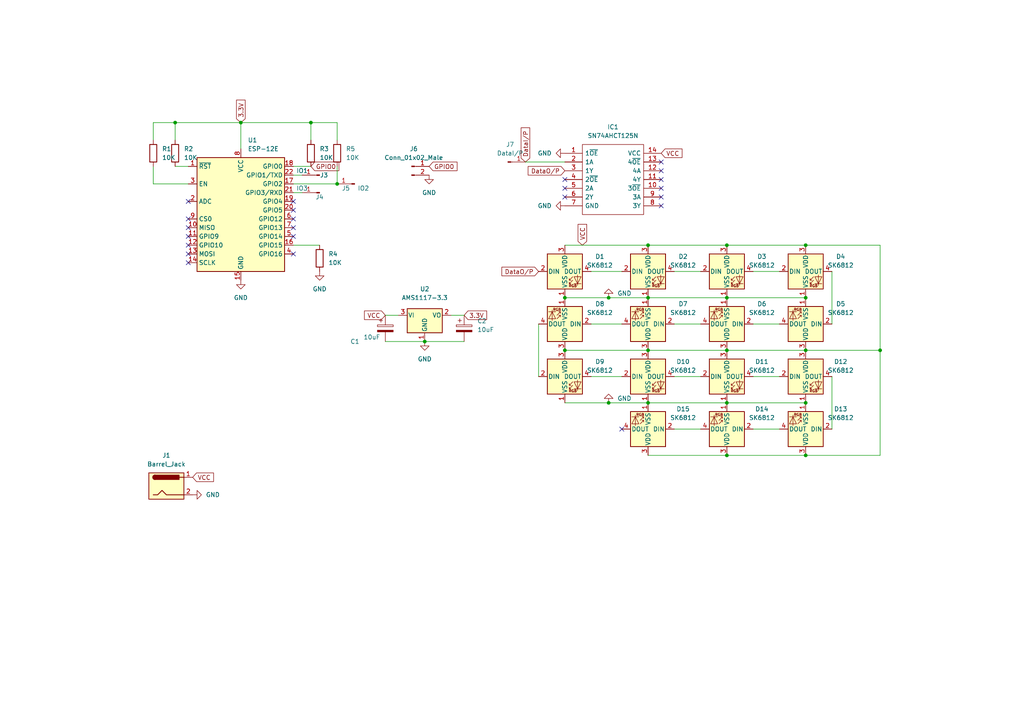
<source format=kicad_sch>
(kicad_sch (version 20211123) (generator eeschema)
  (paper "A4")
  (lib_symbols
    (symbol "Connector:Barrel_Jack" (pin_names (offset 1.016))
      (property "Reference" "J" (at 0 5.334 0))
      (property "Value" "Barrel_Jack" (at 0 -5.08 0))
      (symbol "Barrel_Jack_0_1"
        (rectangle (start -5.08 3.81) (end 5.08 -3.81) (stroke (width 0.254)) (fill (type background)))
        (arc (start -3.302 3.175) (mid -3.937 2.54) (end -3.302 1.905) (stroke (width 0.254)))
        (arc (start -3.302 3.175) (mid -3.937 2.54) (end -3.302 1.905) (stroke (width 0.254)) (fill (type outline)))
        (polyline (pts (xy 5.08 2.54) (xy 3.81 2.54)) (stroke (width 0.254)))
        (polyline (pts (xy -3.81 -2.54) (xy -2.54 -2.54) (xy -1.27 -1.27) (xy 0 -2.54) (xy 2.54 -2.54) (xy 5.08 -2.54)) (stroke (width 0.254)))
        (rectangle (start 3.683 3.175) (end -3.302 1.905) (stroke (width 0.254)) (fill (type outline)))
      )
      (symbol "Barrel_Jack_1_1"
        (pin passive line (at 7.62 2.54 180) (length 2.54) (name "~") (number "1"))
        (pin passive line (at 7.62 -2.54 180) (length 2.54) (name "~") (number "2"))
      )
    )
    (symbol "Connector:Conn_01x01_Male" (pin_names (offset 1.016) hide)
      (property "Reference" "J" (at 0 2.54 0))
      (property "Value" "Conn_01x01_Male" (at 0 -2.54 0))
      (symbol "Conn_01x01_Male_1_1"
        (polyline (pts (xy 1.27 0) (xy 0.8636 0)) (stroke (width 0.1524)))
        (rectangle (start 0.8636 0.127) (end 0 -0.127) (stroke (width 0.1524)) (fill (type outline)))
        (pin passive line (at 5.08 0 180) (length 3.81) (name "Pin_1") (number "1"))
      )
    )
    (symbol "Connector:Conn_01x02_Male" (pin_names (offset 1.016) hide)
      (property "Reference" "J" (at 0 2.54 0))
      (property "Value" "Conn_01x02_Male" (at 0 -5.08 0))
      (symbol "Conn_01x02_Male_1_1"
        (polyline (pts (xy 1.27 -2.54) (xy 0.8636 -2.54)) (stroke (width 0.1524)))
        (polyline (pts (xy 1.27 0) (xy 0.8636 0)) (stroke (width 0.1524)))
        (rectangle (start 0.8636 -2.413) (end 0 -2.667) (stroke (width 0.1524)) (fill (type outline)))
        (rectangle (start 0.8636 0.127) (end 0 -0.127) (stroke (width 0.1524)) (fill (type outline)))
        (pin passive line (at 5.08 0 180) (length 3.81) (name "Pin_1") (number "1"))
        (pin passive line (at 5.08 -2.54 180) (length 3.81) (name "Pin_2") (number "2"))
      )
    )
    (symbol "Device:C_Polarized" (pin_numbers hide) (pin_names (offset 0.254))
      (property "Reference" "C" (at 0.635 2.54 0))
      (property "Value" "C_Polarized" (at 0.635 -2.54 0))
      (symbol "C_Polarized_0_1"
        (rectangle (start -2.286 0.508) (end 2.286 1.016))
        (polyline (pts (xy -1.778 2.286) (xy -0.762 2.286)))
        (polyline (pts (xy -1.27 2.794) (xy -1.27 1.778)))
        (rectangle (start 2.286 -0.508) (end -2.286 -1.016) (fill (type outline)))
      )
      (symbol "C_Polarized_1_1"
        (pin passive line (at 0 3.81 270) (length 2.794) (name "~") (number "1"))
        (pin passive line (at 0 -3.81 90) (length 2.794) (name "~") (number "2"))
      )
    )
    (symbol "Device:R" (pin_numbers hide) (pin_names (offset 0))
      (property "Reference" "R" (at 2.032 0 90))
      (property "Value" "R" (at 0 0 90))
      (symbol "R_0_1"
        (rectangle (start -1.016 -2.54) (end 1.016 2.54) (stroke (width 0.254)))
      )
      (symbol "R_1_1"
        (pin passive line (at 0 3.81 270) (length 1.27) (name "~") (number "1"))
        (pin passive line (at 0 -3.81 90) (length 1.27) (name "~") (number "2"))
      )
    )
    (symbol "LED:SK6812" (pin_names (offset 0.254))
      (property "Reference" "D" (at 5.08 5.715 0))
      (property "Value" "SK6812" (at 1.27 -5.715 0))
      (symbol "SK6812_0_0"
        (text "RGB" (at 2.286 -4.191 0) (effects (font (size 0.762 0.762))))
      )
      (symbol "SK6812_0_1"
        (polyline (pts (xy 1.27 -3.556) (xy 1.778 -3.556)))
        (polyline (pts (xy 1.27 -2.54) (xy 1.778 -2.54)))
        (polyline (pts (xy 4.699 -3.556) (xy 2.667 -3.556)))
        (polyline (pts (xy 2.286 -2.54) (xy 1.27 -3.556) (xy 1.27 -3.048)))
        (polyline (pts (xy 2.286 -1.524) (xy 1.27 -2.54) (xy 1.27 -2.032)))
        (polyline (pts (xy 3.683 -1.016) (xy 3.683 -3.556) (xy 3.683 -4.064)))
        (polyline (pts (xy 4.699 -1.524) (xy 2.667 -1.524) (xy 3.683 -3.556) (xy 4.699 -1.524)))
        (rectangle (start 5.08 5.08) (end -5.08 -5.08) (stroke (width 0.254)) (fill (type background)))
      )
      (symbol "SK6812_1_1"
        (pin power_in line (at 0 -7.62 90) (length 2.54) (name "VSS") (number "1"))
        (pin input line (at -7.62 0 0) (length 2.54) (name "DIN") (number "2"))
        (pin power_in line (at 0 7.62 270) (length 2.54) (name "VDD") (number "3"))
        (pin output line (at 7.62 0 180) (length 2.54) (name "DOUT") (number "4"))
      )
    )
    (symbol "RF_Module:ESP-12E"
      (property "Reference" "U" (at -12.7 19.05 0))
      (property "Value" "ESP-12E" (at 12.7 19.05 0))
      (symbol "ESP-12E_0_1"
        (rectangle (start -12.7 17.78) (end 12.7 -15.24) (stroke (width 0.254)) (fill (type background)))
      )
      (symbol "ESP-12E_1_1"
        (pin input line (at -15.24 15.24 0) (length 2.54) (name "~{RST}") (number "1"))
        (pin bidirectional line (at -15.24 -2.54 0) (length 2.54) (name "MISO") (number "10"))
        (pin bidirectional line (at -15.24 -5.08 0) (length 2.54) (name "GPIO9") (number "11"))
        (pin bidirectional line (at -15.24 -7.62 0) (length 2.54) (name "GPIO10") (number "12"))
        (pin bidirectional line (at -15.24 -10.16 0) (length 2.54) (name "MOSI") (number "13"))
        (pin bidirectional line (at -15.24 -12.7 0) (length 2.54) (name "SCLK") (number "14"))
        (pin power_in line (at 0 -17.78 90) (length 2.54) (name "GND") (number "15"))
        (pin bidirectional line (at 15.24 -7.62 180) (length 2.54) (name "GPIO15") (number "16"))
        (pin bidirectional line (at 15.24 10.16 180) (length 2.54) (name "GPIO2") (number "17"))
        (pin bidirectional line (at 15.24 15.24 180) (length 2.54) (name "GPIO0") (number "18"))
        (pin bidirectional line (at 15.24 5.08 180) (length 2.54) (name "GPIO4") (number "19"))
        (pin input line (at -15.24 5.08 0) (length 2.54) (name "ADC") (number "2"))
        (pin bidirectional line (at 15.24 2.54 180) (length 2.54) (name "GPIO5") (number "20"))
        (pin bidirectional line (at 15.24 7.62 180) (length 2.54) (name "GPIO3/RXD") (number "21"))
        (pin bidirectional line (at 15.24 12.7 180) (length 2.54) (name "GPIO1/TXD") (number "22"))
        (pin input line (at -15.24 10.16 0) (length 2.54) (name "EN") (number "3"))
        (pin bidirectional line (at 15.24 -10.16 180) (length 2.54) (name "GPIO16") (number "4"))
        (pin bidirectional line (at 15.24 -5.08 180) (length 2.54) (name "GPIO14") (number "5"))
        (pin bidirectional line (at 15.24 0 180) (length 2.54) (name "GPIO12") (number "6"))
        (pin bidirectional line (at 15.24 -2.54 180) (length 2.54) (name "GPIO13") (number "7"))
        (pin power_in line (at 0 20.32 270) (length 2.54) (name "VCC") (number "8"))
        (pin input line (at -15.24 0 0) (length 2.54) (name "CS0") (number "9"))
      )
    )
    (symbol "Regulator_Linear:AMS1117-3.3" (pin_names (offset 0.254))
      (property "Reference" "U" (at -3.81 3.175 0))
      (property "Value" "AMS1117-3.3" (at 0 3.175 0))
      (symbol "AMS1117-3.3_0_1"
        (rectangle (start -5.08 -5.08) (end 5.08 1.905) (stroke (width 0.254)) (fill (type background)))
      )
      (symbol "AMS1117-3.3_1_1"
        (pin power_in line (at 0 -7.62 90) (length 2.54) (name "GND") (number "1"))
        (pin power_out line (at 7.62 0 180) (length 2.54) (name "VO") (number "2"))
        (pin power_in line (at -7.62 0 0) (length 2.54) (name "VI") (number "3"))
      )
    )
    (symbol "SN74AHCT125N:SN74AHCT125N" (pin_names (offset 0.762))
      (property "Reference" "IC" (at 24.13 7.62 0))
      (property "Value" "SN74AHCT125N" (at 24.13 5.08 0))
      (symbol "SN74AHCT125N_0_0"
        (pin passive line (at 0 0 0) (length 5.08) (name "1~{OE}") (number "1"))
        (pin passive line (at 27.94 -10.16 180) (length 5.08) (name "3~{OE}") (number "10"))
        (pin passive line (at 27.94 -7.62 180) (length 5.08) (name "4Y") (number "11"))
        (pin passive line (at 27.94 -5.08 180) (length 5.08) (name "4A") (number "12"))
        (pin passive line (at 27.94 -2.54 180) (length 5.08) (name "4~{OE}") (number "13"))
        (pin passive line (at 27.94 0 180) (length 5.08) (name "VCC") (number "14"))
        (pin passive line (at 0 -2.54 0) (length 5.08) (name "1A") (number "2"))
        (pin passive line (at 0 -5.08 0) (length 5.08) (name "1Y") (number "3"))
        (pin passive line (at 0 -7.62 0) (length 5.08) (name "2~{OE}") (number "4"))
        (pin passive line (at 0 -10.16 0) (length 5.08) (name "2A") (number "5"))
        (pin passive line (at 0 -12.7 0) (length 5.08) (name "2Y") (number "6"))
        (pin passive line (at 0 -15.24 0) (length 5.08) (name "GND") (number "7"))
        (pin passive line (at 27.94 -15.24 180) (length 5.08) (name "3Y") (number "8"))
        (pin passive line (at 27.94 -12.7 180) (length 5.08) (name "3A") (number "9"))
      )
      (symbol "SN74AHCT125N_0_1"
        (polyline (pts (xy 5.08 2.54) (xy 22.86 2.54) (xy 22.86 -17.78) (xy 5.08 -17.78) (xy 5.08 2.54)) (stroke (width 0.1524)))
      )
    )
    (symbol "power:GND" (power) (pin_names (offset 0))
      (property "Value" "GND" (at 0 -3.81 0))
      (symbol "GND_0_1"
        (polyline (pts (xy 0 0) (xy 0 -1.27) (xy 1.27 -1.27) (xy 0 -2.54) (xy -1.27 -1.27) (xy 0 -1.27)))
      )
      (symbol "GND_1_1"
        (pin power_in line (at 0 0 270) (length 0) hide (name "GND") (number "1"))
      )
    )
  )
  (junction (at 233.68 71.12))
  (junction (at 233.68 132.08))
  (junction (at 90.17 35.56))
  (junction (at 210.82 116.84))
  (junction (at 255.27 101.6))
  (junction (at 163.83 86.36))
  (junction (at 210.82 86.36))
  (junction (at 233.68 101.6))
  (junction (at 233.68 116.84))
  (junction (at 210.82 71.12))
  (junction (at 187.96 71.12))
  (junction (at 176.53 86.36))
  (junction (at 123.19 99.06))
  (junction (at 176.53 116.84))
  (junction (at 210.82 132.08))
  (junction (at 187.96 101.6))
  (junction (at 210.82 101.6))
  (junction (at 233.68 86.36))
  (junction (at 97.79 53.34))
  (junction (at 163.83 101.6))
  (junction (at 50.8 35.56))
  (junction (at 69.85 35.56))
  (junction (at 187.96 86.36))
  (junction (at 187.96 116.84))
  (no_connect (at 85.09 58.42))
  (no_connect (at 85.09 63.5))
  (no_connect (at 191.77 59.69))
  (no_connect (at 191.77 57.15))
  (no_connect (at 54.61 58.42))
  (no_connect (at 54.61 73.66))
  (no_connect (at 85.09 68.58))
  (no_connect (at 163.83 52.07))
  (no_connect (at 54.61 68.58))
  (no_connect (at 191.77 52.07))
  (no_connect (at 163.83 57.15))
  (no_connect (at 85.09 60.96))
  (no_connect (at 54.61 71.12))
  (no_connect (at 54.61 76.2))
  (no_connect (at 54.61 66.04))
  (no_connect (at 85.09 66.04))
  (no_connect (at 191.77 46.99))
  (no_connect (at 163.83 54.61))
  (no_connect (at 85.09 73.66))
  (no_connect (at 180.34 124.46))
  (no_connect (at 191.77 49.53))
  (no_connect (at 54.61 63.5))
  (no_connect (at 191.77 54.61))
  (wire (pts (xy 241.3 109.22) (xy 241.3 124.46)))
  (wire (pts (xy 255.27 101.6) (xy 255.27 71.12)))
  (wire (pts (xy 233.68 132.08) (xy 255.27 132.08)))
  (wire (pts (xy 85.09 53.34) (xy 97.79 53.34)))
  (wire (pts (xy 210.82 86.36) (xy 233.68 86.36)))
  (wire (pts (xy 218.44 78.74) (xy 226.06 78.74)))
  (wire (pts (xy 176.53 86.36) (xy 187.96 86.36)))
  (wire (pts (xy 210.82 132.08) (xy 233.68 132.08)))
  (wire (pts (xy 163.83 116.84) (xy 176.53 116.84)))
  (wire (pts (xy 187.96 116.84) (xy 210.82 116.84)))
  (wire (pts (xy 90.17 35.56) (xy 97.79 35.56)))
  (wire (pts (xy 69.85 43.18) (xy 69.85 35.56)))
  (wire (pts (xy 85.09 48.26) (xy 90.17 48.26)))
  (wire (pts (xy 233.68 101.6) (xy 255.27 101.6)))
  (wire (pts (xy 176.53 116.84) (xy 187.96 116.84)))
  (wire (pts (xy 163.83 71.12) (xy 187.96 71.12)))
  (wire (pts (xy 85.09 71.12) (xy 92.71 71.12)))
  (wire (pts (xy 187.96 132.08) (xy 210.82 132.08)))
  (wire (pts (xy 156.21 93.98) (xy 156.21 109.22)))
  (wire (pts (xy 255.27 132.08) (xy 255.27 101.6)))
  (wire (pts (xy 85.09 55.88) (xy 87.63 55.88)))
  (wire (pts (xy 152.4 46.99) (xy 163.83 46.99)))
  (wire (pts (xy 90.17 35.56) (xy 90.17 40.64)))
  (wire (pts (xy 210.82 71.12) (xy 233.68 71.12)))
  (wire (pts (xy 111.76 91.44) (xy 115.57 91.44)))
  (wire (pts (xy 187.96 86.36) (xy 210.82 86.36)))
  (wire (pts (xy 171.45 78.74) (xy 180.34 78.74)))
  (wire (pts (xy 195.58 109.22) (xy 203.2 109.22)))
  (wire (pts (xy 111.76 99.06) (xy 123.19 99.06)))
  (wire (pts (xy 97.79 53.34) (xy 97.79 48.26)))
  (wire (pts (xy 50.8 35.56) (xy 44.45 35.56)))
  (wire (pts (xy 255.27 71.12) (xy 233.68 71.12)))
  (wire (pts (xy 218.44 109.22) (xy 226.06 109.22)))
  (wire (pts (xy 97.79 35.56) (xy 97.79 40.64)))
  (wire (pts (xy 210.82 101.6) (xy 233.68 101.6)))
  (wire (pts (xy 187.96 101.6) (xy 210.82 101.6)))
  (wire (pts (xy 123.19 99.06) (xy 134.62 99.06)))
  (wire (pts (xy 50.8 48.26) (xy 54.61 48.26)))
  (wire (pts (xy 44.45 48.26) (xy 44.45 53.34)))
  (wire (pts (xy 218.44 124.46) (xy 226.06 124.46)))
  (wire (pts (xy 210.82 116.84) (xy 233.68 116.84)))
  (wire (pts (xy 44.45 35.56) (xy 44.45 40.64)))
  (wire (pts (xy 241.3 78.74) (xy 241.3 93.98)))
  (wire (pts (xy 195.58 78.74) (xy 203.2 78.74)))
  (wire (pts (xy 85.09 50.8) (xy 87.63 50.8)))
  (wire (pts (xy 69.85 35.56) (xy 50.8 35.56)))
  (wire (pts (xy 187.96 71.12) (xy 210.82 71.12)))
  (wire (pts (xy 44.45 53.34) (xy 54.61 53.34)))
  (wire (pts (xy 195.58 124.46) (xy 203.2 124.46)))
  (wire (pts (xy 50.8 35.56) (xy 50.8 40.64)))
  (wire (pts (xy 171.45 93.98) (xy 180.34 93.98)))
  (wire (pts (xy 163.83 101.6) (xy 187.96 101.6)))
  (wire (pts (xy 218.44 93.98) (xy 226.06 93.98)))
  (wire (pts (xy 163.83 86.36) (xy 176.53 86.36)))
  (wire (pts (xy 69.85 35.56) (xy 90.17 35.56)))
  (wire (pts (xy 195.58 93.98) (xy 203.2 93.98)))
  (wire (pts (xy 130.81 91.44) (xy 134.62 91.44)))
  (wire (pts (xy 171.45 109.22) (xy 180.34 109.22)))
  (global_label "DataO{slash}P" (shape input) (at 156.21 78.74 180) (property "Intersheet References" "${INTERSHEET_REFS}" (effects hide)))
  (global_label "DataO{slash}P" (shape input) (at 163.83 49.53 180) (property "Intersheet References" "${INTERSHEET_REFS}" (effects hide)))
  (global_label "VCC" (shape input) (at 168.91 71.12 90) (property "Intersheet References" "${INTERSHEET_REFS}" (effects hide)))
  (global_label "DataI{slash}P" (shape input) (at 152.4 46.99 90) (property "Intersheet References" "${INTERSHEET_REFS}" (effects hide)))
  (global_label "VCC" (shape input) (at 55.88 138.43 0) (property "Intersheet References" "${INTERSHEET_REFS}" (effects hide)))
  (global_label "GPIO0" (shape input) (at 90.17 48.26 0) (property "Intersheet References" "${INTERSHEET_REFS}" (effects hide)))
  (global_label "3.3V" (shape input) (at 134.62 91.44 0) (property "Intersheet References" "${INTERSHEET_REFS}" (effects hide)))
  (global_label "3.3V" (shape input) (at 69.85 35.56 90) (property "Intersheet References" "${INTERSHEET_REFS}" (effects hide)))
  (global_label "VCC" (shape input) (at 111.76 91.44 180) (property "Intersheet References" "${INTERSHEET_REFS}" (effects hide)))
  (global_label "GPIO0" (shape input) (at 124.46 48.26 0) (property "Intersheet References" "${INTERSHEET_REFS}" (effects hide)))
  (global_label "VCC" (shape input) (at 191.77 44.45 0) (property "Intersheet References" "${INTERSHEET_REFS}" (effects hide)))
  (symbol (lib_id "power:GND") (at 92.71 78.74 0) (unit 1)
    (property "Reference" "#PWR04" (effects hide))
    (property "Value" "GND" (at 92.71 83.82 0))
  )
  (symbol (lib_id "Connector:Conn_01x01_Male") (at 147.32 46.99 0) (unit 1)
    (property "Reference" "J7" (at 147.955 41.91 0))
    (property "Value" "DataI/P" (at 147.955 44.45 0))
    (property "Footprint" "Connector_PinHeader_2.54mm:PinHeader_1x01_P2.54mm_Vertical" (effects hide))
  )
  (symbol (lib_id "power:GND") (at 124.46 50.8 0) (unit 1)
    (property "Reference" "#PWR06" (effects hide))
    (property "Value" "GND" (at 124.46 55.88 0))
  )
  (symbol (lib_id "Device:R") (at 50.8 44.45 0) (unit 1)
    (property "Reference" "R2" (at 53.34 43.1799 0) (effects (justify left)))
    (property "Value" "10K" (at 53.34 45.7199 0) (effects (justify left)))
    (property "Footprint" "Resistor_THT:R_Axial_DIN0207_L6.3mm_D2.5mm_P7.62mm_Horizontal" (effects hide))
  )
  (symbol (lib_id "power:GND") (at 176.53 116.84 180) (unit 1)
    (property "Reference" "#PWR010" (effects hide))
    (property "Value" "GND" (at 179.07 115.5699 0) (effects (justify right)))
  )
  (symbol (lib_id "Connector:Conn_01x02_Male") (at 119.38 48.26 0) (unit 1)
    (property "Reference" "J6" (at 120.015 43.18 0))
    (property "Value" "Conn_01x02_Male" (at 120.015 45.72 0))
    (property "Footprint" "Connector_PinHeader_2.54mm:PinHeader_1x02_P2.54mm_Vertical" (effects hide))
  )
  (symbol (lib_id "LED:SK6812") (at 210.82 78.74 0) (unit 1)
    (property "Reference" "D3" (at 220.98 74.4093 0))
    (property "Value" "SK6812" (at 220.98 76.9493 0))
    (property "Footprint" "LED_SMD:LED_SK6812_PLCC4_5.0x5.0mm_P3.2mm" (effects hide))
    (property "Datasheet" "https://cdn-shop.adafruit.com/product-files/1138/SK6812+LED+datasheet+.pdf" (effects hide))
  )
  (symbol (lib_id "LED:SK6812") (at 187.96 93.98 180) (unit 1)
    (property "Reference" "D7" (at 198.12 88.1505 0))
    (property "Value" "SK6812" (at 198.12 90.6905 0))
    (property "Footprint" "LED_SMD:LED_SK6812_PLCC4_5.0x5.0mm_P3.2mm" (effects hide))
    (property "Datasheet" "https://cdn-shop.adafruit.com/product-files/1138/SK6812+LED+datasheet+.pdf" (effects hide))
  )
  (symbol (lib_id "power:GND") (at 176.53 86.36 180) (unit 1)
    (property "Reference" "#PWR09" (effects hide))
    (property "Value" "GND" (at 179.07 85.0899 0) (effects (justify right)))
  )
  (symbol (lib_id "LED:SK6812") (at 210.82 124.46 180) (unit 1)
    (property "Reference" "D14" (at 220.98 118.6305 0))
    (property "Value" "SK6812" (at 220.98 121.1705 0))
    (property "Footprint" "LED_SMD:LED_SK6812_PLCC4_5.0x5.0mm_P3.2mm" (effects hide))
    (property "Datasheet" "https://cdn-shop.adafruit.com/product-files/1138/SK6812+LED+datasheet+.pdf" (effects hide))
  )
  (symbol (lib_id "RF_Module:ESP-12E") (at 69.85 63.5 0) (unit 1)
    (property "Reference" "U1" (at 71.8694 40.64 0) (effects (justify left)))
    (property "Value" "ESP-12E" (at 71.8694 43.18 0) (effects (justify left)))
    (property "Footprint" "RF_Module:ESP-12E" (effects hide))
    (property "Datasheet" "http://wiki.ai-thinker.com/_media/esp8266/esp8266_series_modules_user_manual_v1.1.pdf" (effects hide))
  )
  (symbol (lib_id "Connector:Conn_01x01_Male") (at 102.87 53.34 180) (unit 1)
    (property "Reference" "J5" (at 100.33 54.61 0))
    (property "Value" "IO2" (at 105.41 54.61 0))
    (property "Footprint" "Connector_PinHeader_2.54mm:PinHeader_1x01_P2.54mm_Vertical" (effects hide))
  )
  (symbol (lib_id "power:GND") (at 123.19 99.06 0) (unit 1)
    (property "Reference" "#PWR05" (effects hide))
    (property "Value" "GND" (at 123.19 104.14 0))
  )
  (symbol (lib_id "LED:SK6812") (at 233.68 109.22 0) (unit 1)
    (property "Reference" "D12" (at 243.84 104.8893 0))
    (property "Value" "SK6812" (at 243.84 107.4293 0))
    (property "Footprint" "LED_SMD:LED_SK6812_PLCC4_5.0x5.0mm_P3.2mm" (effects hide))
    (property "Datasheet" "https://cdn-shop.adafruit.com/product-files/1138/SK6812+LED+datasheet+.pdf" (effects hide))
  )
  (symbol (lib_id "Connector:Conn_01x01_Male") (at 92.71 50.8 180) (unit 1)
    (property "Reference" "J3" (at 93.98 50.8 0))
    (property "Value" "IO1" (at 87.63 49.53 0))
    (property "Footprint" "Connector_PinHeader_2.54mm:PinHeader_1x01_P2.54mm_Vertical" (effects hide))
  )
  (symbol (lib_id "Device:R") (at 90.17 44.45 0) (unit 1)
    (property "Reference" "R3" (at 92.71 43.1799 0) (effects (justify left)))
    (property "Value" "10K" (at 92.71 45.7199 0) (effects (justify left)))
    (property "Footprint" "Resistor_THT:R_Axial_DIN0207_L6.3mm_D2.5mm_P7.62mm_Horizontal" (effects hide))
  )
  (symbol (lib_id "Device:R") (at 92.71 74.93 0) (unit 1)
    (property "Reference" "R4" (at 95.25 73.6599 0) (effects (justify left)))
    (property "Value" "10K" (at 95.25 76.1999 0) (effects (justify left)))
    (property "Footprint" "Resistor_THT:R_Axial_DIN0207_L6.3mm_D2.5mm_P7.62mm_Horizontal" (effects hide))
  )
  (symbol (lib_id "LED:SK6812") (at 210.82 93.98 180) (unit 1)
    (property "Reference" "D6" (at 220.98 88.1505 0))
    (property "Value" "SK6812" (at 220.98 90.6905 0))
    (property "Footprint" "LED_SMD:LED_SK6812_PLCC4_5.0x5.0mm_P3.2mm" (effects hide))
    (property "Datasheet" "https://cdn-shop.adafruit.com/product-files/1138/SK6812+LED+datasheet+.pdf" (effects hide))
  )
  (symbol (lib_id "Device:R") (at 44.45 44.45 0) (unit 1)
    (property "Reference" "R1" (at 46.99 43.1799 0) (effects (justify left)))
    (property "Value" "10K" (at 46.99 45.7199 0) (effects (justify left)))
    (property "Footprint" "Resistor_THT:R_Axial_DIN0207_L6.3mm_D2.5mm_P7.62mm_Horizontal" (effects hide))
  )
  (symbol (lib_id "LED:SK6812") (at 187.96 124.46 180) (unit 1)
    (property "Reference" "D15" (at 198.12 118.6305 0))
    (property "Value" "SK6812" (at 198.12 121.1705 0))
    (property "Footprint" "LED_SMD:LED_SK6812_PLCC4_5.0x5.0mm_P3.2mm" (effects hide))
    (property "Datasheet" "https://cdn-shop.adafruit.com/product-files/1138/SK6812+LED+datasheet+.pdf" (effects hide))
  )
  (symbol (lib_id "power:GND") (at 163.83 59.69 270) (unit 1)
    (property "Reference" "#PWR08" (effects hide))
    (property "Value" "GND" (at 160.02 59.6899 90) (effects (justify right)))
  )
  (symbol (lib_id "Device:R") (at 97.79 44.45 0) (unit 1)
    (property "Reference" "R5" (at 100.33 43.1799 0) (effects (justify left)))
    (property "Value" "10K" (at 100.33 45.7199 0) (effects (justify left)))
    (property "Footprint" "Resistor_THT:R_Axial_DIN0207_L6.3mm_D2.5mm_P7.62mm_Horizontal" (effects hide))
  )
  (symbol (lib_id "power:GND") (at 55.88 143.51 90) (unit 1)
    (property "Reference" "#PWR01" (effects hide))
    (property "Value" "GND" (at 59.69 143.5099 90) (effects (justify right)))
  )
  (symbol (lib_id "Regulator_Linear:AMS1117-3.3") (at 123.19 91.44 0) (unit 1)
    (property "Reference" "U2" (at 123.19 83.82 0))
    (property "Value" "AMS1117-3.3" (at 123.19 86.36 0))
    (property "Footprint" "Package_TO_SOT_SMD:SOT-223-3_TabPin2" (effects hide))
    (property "Datasheet" "http://www.advanced-monolithic.com/pdf/ds1117.pdf" (effects hide))
  )
  (symbol (lib_id "Connector:Barrel_Jack") (at 48.26 140.97 0) (unit 1)
    (property "Reference" "J1" (at 48.26 132.08 0))
    (property "Value" "Barrel_Jack" (at 48.26 134.62 0))
    (property "Footprint" "Connector_BarrelJack:BarrelJack_GCT_DCJ200-10-A_Horizontal" (effects hide))
  )
  (symbol (lib_id "power:GND") (at 69.85 81.28 0) (unit 1)
    (property "Reference" "#PWR02" (effects hide))
    (property "Value" "GND" (at 69.85 86.36 0))
  )
  (symbol (lib_id "LED:SK6812") (at 163.83 109.22 0) (unit 1)
    (property "Reference" "D9" (at 173.99 104.8893 0))
    (property "Value" "SK6812" (at 173.99 107.4293 0))
    (property "Footprint" "LED_SMD:LED_SK6812_PLCC4_5.0x5.0mm_P3.2mm" (effects hide))
    (property "Datasheet" "https://cdn-shop.adafruit.com/product-files/1138/SK6812+LED+datasheet+.pdf" (effects hide))
  )
  (symbol (lib_id "LED:SK6812") (at 187.96 109.22 0) (unit 1)
    (property "Reference" "D10" (at 198.12 104.8893 0))
    (property "Value" "SK6812" (at 198.12 107.4293 0))
    (property "Footprint" "LED_SMD:LED_SK6812_PLCC4_5.0x5.0mm_P3.2mm" (effects hide))
    (property "Datasheet" "https://cdn-shop.adafruit.com/product-files/1138/SK6812+LED+datasheet+.pdf" (effects hide))
  )
  (symbol (lib_id "SN74AHCT125N:SN74AHCT125N") (at 163.83 44.45 0) (unit 1)
    (property "Reference" "IC1" (at 177.8 36.83 0))
    (property "Value" "SN74AHCT125N" (at 177.8 39.37 0))
    (property "Footprint" "74HC125:DIP794W53P254L1930H508Q14N" (effects hide))
    (property "Datasheet" "http://www.ti.com/lit/gpn/sn74ahct125" (effects hide))
    (property "Description" "Quadruple Bus Buffer Gates With 3-State Outputs" (effects hide))
    (property "Height" "5.08" (effects hide))
    (property "Manufacturer_Name" "Texas Instruments" (effects hide))
    (property "Manufacturer_Part_Number" "SN74AHCT125N" (effects hide))
    (property "Mouser Part Number" "595-SN74AHCT125N" (effects hide))
    (property "Mouser Price/Stock" "https://www.mouser.co.uk/ProductDetail/Texas-Instruments/SN74AHCT125N?qs=1wQRf3HkBjyxwrHMwAiMfw%3D%3D" (effects hide))
    (property "Arrow Part Number" "SN74AHCT125N" (effects hide))
    (property "Arrow Price/Stock" "https://www.arrow.com/en/products/sn74ahct125n/texas-instruments?region=nac" (effects hide))
  )
  (symbol (lib_id "power:GND") (at 163.83 44.45 270) (unit 1)
    (property "Reference" "#PWR07" (effects hide))
    (property "Value" "GND" (at 160.02 44.4499 90) (effects (justify right)))
  )
  (symbol (lib_id "LED:SK6812") (at 233.68 93.98 180) (unit 1)
    (property "Reference" "D5" (at 243.84 88.1505 0))
    (property "Value" "SK6812" (at 243.84 90.6905 0))
    (property "Footprint" "LED_SMD:LED_SK6812_PLCC4_5.0x5.0mm_P3.2mm" (effects hide))
    (property "Datasheet" "https://cdn-shop.adafruit.com/product-files/1138/SK6812+LED+datasheet+.pdf" (effects hide))
  )
  (symbol (lib_id "LED:SK6812") (at 163.83 93.98 180) (unit 1)
    (property "Reference" "D8" (at 173.99 88.1505 0))
    (property "Value" "SK6812" (at 173.99 90.6905 0))
    (property "Footprint" "LED_SMD:LED_SK6812_PLCC4_5.0x5.0mm_P3.2mm" (effects hide))
    (property "Datasheet" "https://cdn-shop.adafruit.com/product-files/1138/SK6812+LED+datasheet+.pdf" (effects hide))
  )
  (symbol (lib_id "Connector:Conn_01x01_Male") (at 92.71 55.88 180) (unit 1)
    (property "Reference" "J4" (at 92.71 57.15 0))
    (property "Value" "IO3" (at 87.63 54.61 0))
    (property "Footprint" "Connector_PinHeader_2.54mm:PinHeader_1x01_P2.54mm_Vertical" (effects hide))
  )
  (symbol (lib_id "LED:SK6812") (at 210.82 109.22 0) (unit 1)
    (property "Reference" "D11" (at 220.98 104.8893 0))
    (property "Value" "SK6812" (at 220.98 107.4293 0))
    (property "Footprint" "LED_SMD:LED_SK6812_PLCC4_5.0x5.0mm_P3.2mm" (effects hide))
    (property "Datasheet" "https://cdn-shop.adafruit.com/product-files/1138/SK6812+LED+datasheet+.pdf" (effects hide))
  )
  (symbol (lib_id "LED:SK6812") (at 187.96 78.74 0) (unit 1)
    (property "Reference" "D2" (at 198.12 74.4093 0))
    (property "Value" "SK6812" (at 198.12 76.9493 0))
    (property "Footprint" "LED_SMD:LED_SK6812_PLCC4_5.0x5.0mm_P3.2mm" (effects hide))
    (property "Datasheet" "https://cdn-shop.adafruit.com/product-files/1138/SK6812+LED+datasheet+.pdf" (effects hide))
  )
  (symbol (lib_id "LED:SK6812") (at 233.68 78.74 0) (unit 1)
    (property "Reference" "D4" (at 243.84 74.4093 0))
    (property "Value" "SK6812" (at 243.84 76.9493 0))
    (property "Footprint" "LED_SMD:LED_SK6812_PLCC4_5.0x5.0mm_P3.2mm" (effects hide))
    (property "Datasheet" "https://cdn-shop.adafruit.com/product-files/1138/SK6812+LED+datasheet+.pdf" (effects hide))
  )
  (symbol (lib_id "Device:C_Polarized") (at 134.62 95.25 0) (unit 1)
    (property "Reference" "C2" (at 138.43 93.0909 0) (effects (justify left)))
    (property "Value" "10uF" (at 138.43 95.6309 0) (effects (justify left)))
    (property "Footprint" "Capacitor_THT:CP_Radial_D5.0mm_P2.00mm" (effects hide))
  )
  (symbol (lib_id "LED:SK6812") (at 163.83 78.74 0) (unit 1)
    (property "Reference" "D1" (at 173.99 74.4093 0))
    (property "Value" "SK6812" (at 173.99 76.9493 0))
    (property "Footprint" "LED_SMD:LED_SK6812_PLCC4_5.0x5.0mm_P3.2mm" (effects hide))
    (property "Datasheet" "https://cdn-shop.adafruit.com/product-files/1138/SK6812+LED+datasheet+.pdf" (effects hide))
  )
  (symbol (lib_id "Device:C_Polarized") (at 111.76 95.25 0) (unit 1)
    (property "Reference" "C1" (at 101.6 99.06 0) (effects (justify left)))
    (property "Value" "10uF" (at 105.41 97.79 0) (effects (justify left)))
    (property "Footprint" "Capacitor_THT:CP_Radial_D5.0mm_P2.00mm" (effects hide))
  )
  (symbol (lib_id "LED:SK6812") (at 233.68 124.46 180) (unit 1)
    (property "Reference" "D13" (at 243.84 118.6305 0))
    (property "Value" "SK6812" (at 243.84 121.1705 0))
    (property "Footprint" "LED_SMD:LED_SK6812_PLCC4_5.0x5.0mm_P3.2mm" (effects hide))
    (property "Datasheet" "https://cdn-shop.adafruit.com/product-files/1138/SK6812+LED+datasheet+.pdf" (effects hide))
  )
)
</source>
